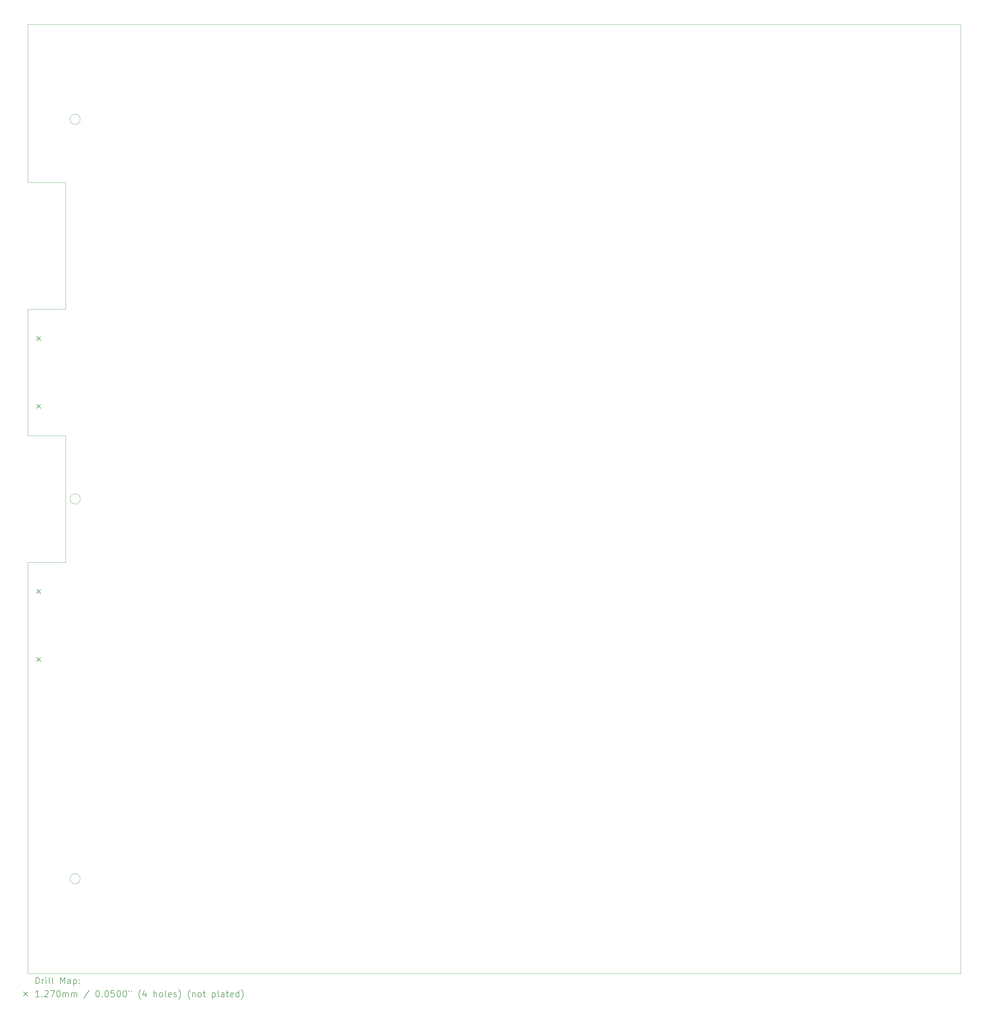
<source format=gbr>
%TF.GenerationSoftware,KiCad,Pcbnew,8.0.2-1*%
%TF.CreationDate,2024-06-21T15:44:17-04:00*%
%TF.ProjectId,EvenLayers_3.0mm_SiPM,4576656e-4c61-4796-9572-735f332e306d,rev?*%
%TF.SameCoordinates,Original*%
%TF.FileFunction,Drillmap*%
%TF.FilePolarity,Positive*%
%FSLAX45Y45*%
G04 Gerber Fmt 4.5, Leading zero omitted, Abs format (unit mm)*
G04 Created by KiCad (PCBNEW 8.0.2-1) date 2024-06-21 15:44:17*
%MOMM*%
%LPD*%
G01*
G04 APERTURE LIST*
%ADD10C,0.100000*%
%ADD11C,0.050000*%
%ADD12C,0.200000*%
%ADD13C,0.127000*%
G04 APERTURE END LIST*
D10*
X7160000Y-30000000D02*
G75*
G02*
X6840000Y-30000000I-160000J0D01*
G01*
X6840000Y-30000000D02*
G75*
G02*
X7160000Y-30000000I160000J0D01*
G01*
X7160000Y-6000000D02*
G75*
G02*
X6840000Y-6000000I-160000J0D01*
G01*
X6840000Y-6000000D02*
G75*
G02*
X7160000Y-6000000I160000J0D01*
G01*
D11*
X5500000Y-20000000D02*
X5500000Y-33000000D01*
X6700000Y-16000000D02*
X5500000Y-16000000D01*
X5500000Y-12000000D02*
X5500000Y-16000000D01*
X5500000Y-20000000D02*
X6500000Y-20000000D01*
X5500000Y-3000000D02*
X35000000Y-3000000D01*
X6700000Y-8000000D02*
X5500000Y-8000000D01*
X5500000Y-8000000D02*
X5500000Y-3000000D01*
D10*
X7160000Y-18000000D02*
G75*
G02*
X6840000Y-18000000I-160000J0D01*
G01*
X6840000Y-18000000D02*
G75*
G02*
X7160000Y-18000000I160000J0D01*
G01*
D11*
X5500000Y-12000000D02*
X6700000Y-12000000D01*
X6700000Y-12000000D02*
X6700000Y-8000000D01*
X35000000Y-3000000D02*
X35000000Y-33000000D01*
X6700000Y-20000000D02*
X6500000Y-20000000D01*
X6700000Y-20000000D02*
X6700000Y-16000000D01*
X35000000Y-33000000D02*
X5500000Y-33000000D01*
D12*
D13*
X5786500Y-12862000D02*
X5913500Y-12989000D01*
X5913500Y-12862000D02*
X5786500Y-12989000D01*
X5786500Y-15011000D02*
X5913500Y-15138000D01*
X5913500Y-15011000D02*
X5786500Y-15138000D01*
X5786500Y-20862000D02*
X5913500Y-20989000D01*
X5913500Y-20862000D02*
X5786500Y-20989000D01*
X5786500Y-23011000D02*
X5913500Y-23138000D01*
X5913500Y-23011000D02*
X5786500Y-23138000D01*
D12*
X5758277Y-33313984D02*
X5758277Y-33113984D01*
X5758277Y-33113984D02*
X5805896Y-33113984D01*
X5805896Y-33113984D02*
X5834467Y-33123508D01*
X5834467Y-33123508D02*
X5853515Y-33142555D01*
X5853515Y-33142555D02*
X5863039Y-33161603D01*
X5863039Y-33161603D02*
X5872562Y-33199698D01*
X5872562Y-33199698D02*
X5872562Y-33228269D01*
X5872562Y-33228269D02*
X5863039Y-33266365D01*
X5863039Y-33266365D02*
X5853515Y-33285412D01*
X5853515Y-33285412D02*
X5834467Y-33304460D01*
X5834467Y-33304460D02*
X5805896Y-33313984D01*
X5805896Y-33313984D02*
X5758277Y-33313984D01*
X5958277Y-33313984D02*
X5958277Y-33180650D01*
X5958277Y-33218746D02*
X5967801Y-33199698D01*
X5967801Y-33199698D02*
X5977324Y-33190174D01*
X5977324Y-33190174D02*
X5996372Y-33180650D01*
X5996372Y-33180650D02*
X6015420Y-33180650D01*
X6082086Y-33313984D02*
X6082086Y-33180650D01*
X6082086Y-33113984D02*
X6072562Y-33123508D01*
X6072562Y-33123508D02*
X6082086Y-33133031D01*
X6082086Y-33133031D02*
X6091610Y-33123508D01*
X6091610Y-33123508D02*
X6082086Y-33113984D01*
X6082086Y-33113984D02*
X6082086Y-33133031D01*
X6205896Y-33313984D02*
X6186848Y-33304460D01*
X6186848Y-33304460D02*
X6177324Y-33285412D01*
X6177324Y-33285412D02*
X6177324Y-33113984D01*
X6310658Y-33313984D02*
X6291610Y-33304460D01*
X6291610Y-33304460D02*
X6282086Y-33285412D01*
X6282086Y-33285412D02*
X6282086Y-33113984D01*
X6539229Y-33313984D02*
X6539229Y-33113984D01*
X6539229Y-33113984D02*
X6605896Y-33256841D01*
X6605896Y-33256841D02*
X6672562Y-33113984D01*
X6672562Y-33113984D02*
X6672562Y-33313984D01*
X6853515Y-33313984D02*
X6853515Y-33209222D01*
X6853515Y-33209222D02*
X6843991Y-33190174D01*
X6843991Y-33190174D02*
X6824943Y-33180650D01*
X6824943Y-33180650D02*
X6786848Y-33180650D01*
X6786848Y-33180650D02*
X6767801Y-33190174D01*
X6853515Y-33304460D02*
X6834467Y-33313984D01*
X6834467Y-33313984D02*
X6786848Y-33313984D01*
X6786848Y-33313984D02*
X6767801Y-33304460D01*
X6767801Y-33304460D02*
X6758277Y-33285412D01*
X6758277Y-33285412D02*
X6758277Y-33266365D01*
X6758277Y-33266365D02*
X6767801Y-33247317D01*
X6767801Y-33247317D02*
X6786848Y-33237793D01*
X6786848Y-33237793D02*
X6834467Y-33237793D01*
X6834467Y-33237793D02*
X6853515Y-33228269D01*
X6948753Y-33180650D02*
X6948753Y-33380650D01*
X6948753Y-33190174D02*
X6967801Y-33180650D01*
X6967801Y-33180650D02*
X7005896Y-33180650D01*
X7005896Y-33180650D02*
X7024943Y-33190174D01*
X7024943Y-33190174D02*
X7034467Y-33199698D01*
X7034467Y-33199698D02*
X7043991Y-33218746D01*
X7043991Y-33218746D02*
X7043991Y-33275888D01*
X7043991Y-33275888D02*
X7034467Y-33294936D01*
X7034467Y-33294936D02*
X7024943Y-33304460D01*
X7024943Y-33304460D02*
X7005896Y-33313984D01*
X7005896Y-33313984D02*
X6967801Y-33313984D01*
X6967801Y-33313984D02*
X6948753Y-33304460D01*
X7129705Y-33294936D02*
X7139229Y-33304460D01*
X7139229Y-33304460D02*
X7129705Y-33313984D01*
X7129705Y-33313984D02*
X7120182Y-33304460D01*
X7120182Y-33304460D02*
X7129705Y-33294936D01*
X7129705Y-33294936D02*
X7129705Y-33313984D01*
X7129705Y-33190174D02*
X7139229Y-33199698D01*
X7139229Y-33199698D02*
X7129705Y-33209222D01*
X7129705Y-33209222D02*
X7120182Y-33199698D01*
X7120182Y-33199698D02*
X7129705Y-33190174D01*
X7129705Y-33190174D02*
X7129705Y-33209222D01*
D13*
X5370500Y-33579000D02*
X5497500Y-33706000D01*
X5497500Y-33579000D02*
X5370500Y-33706000D01*
D12*
X5863039Y-33733984D02*
X5748753Y-33733984D01*
X5805896Y-33733984D02*
X5805896Y-33533984D01*
X5805896Y-33533984D02*
X5786848Y-33562555D01*
X5786848Y-33562555D02*
X5767801Y-33581603D01*
X5767801Y-33581603D02*
X5748753Y-33591127D01*
X5948753Y-33714936D02*
X5958277Y-33724460D01*
X5958277Y-33724460D02*
X5948753Y-33733984D01*
X5948753Y-33733984D02*
X5939229Y-33724460D01*
X5939229Y-33724460D02*
X5948753Y-33714936D01*
X5948753Y-33714936D02*
X5948753Y-33733984D01*
X6034467Y-33553031D02*
X6043991Y-33543508D01*
X6043991Y-33543508D02*
X6063039Y-33533984D01*
X6063039Y-33533984D02*
X6110658Y-33533984D01*
X6110658Y-33533984D02*
X6129705Y-33543508D01*
X6129705Y-33543508D02*
X6139229Y-33553031D01*
X6139229Y-33553031D02*
X6148753Y-33572079D01*
X6148753Y-33572079D02*
X6148753Y-33591127D01*
X6148753Y-33591127D02*
X6139229Y-33619698D01*
X6139229Y-33619698D02*
X6024943Y-33733984D01*
X6024943Y-33733984D02*
X6148753Y-33733984D01*
X6215420Y-33533984D02*
X6348753Y-33533984D01*
X6348753Y-33533984D02*
X6263039Y-33733984D01*
X6463039Y-33533984D02*
X6482086Y-33533984D01*
X6482086Y-33533984D02*
X6501134Y-33543508D01*
X6501134Y-33543508D02*
X6510658Y-33553031D01*
X6510658Y-33553031D02*
X6520182Y-33572079D01*
X6520182Y-33572079D02*
X6529705Y-33610174D01*
X6529705Y-33610174D02*
X6529705Y-33657793D01*
X6529705Y-33657793D02*
X6520182Y-33695889D01*
X6520182Y-33695889D02*
X6510658Y-33714936D01*
X6510658Y-33714936D02*
X6501134Y-33724460D01*
X6501134Y-33724460D02*
X6482086Y-33733984D01*
X6482086Y-33733984D02*
X6463039Y-33733984D01*
X6463039Y-33733984D02*
X6443991Y-33724460D01*
X6443991Y-33724460D02*
X6434467Y-33714936D01*
X6434467Y-33714936D02*
X6424943Y-33695889D01*
X6424943Y-33695889D02*
X6415420Y-33657793D01*
X6415420Y-33657793D02*
X6415420Y-33610174D01*
X6415420Y-33610174D02*
X6424943Y-33572079D01*
X6424943Y-33572079D02*
X6434467Y-33553031D01*
X6434467Y-33553031D02*
X6443991Y-33543508D01*
X6443991Y-33543508D02*
X6463039Y-33533984D01*
X6615420Y-33733984D02*
X6615420Y-33600650D01*
X6615420Y-33619698D02*
X6624943Y-33610174D01*
X6624943Y-33610174D02*
X6643991Y-33600650D01*
X6643991Y-33600650D02*
X6672563Y-33600650D01*
X6672563Y-33600650D02*
X6691610Y-33610174D01*
X6691610Y-33610174D02*
X6701134Y-33629222D01*
X6701134Y-33629222D02*
X6701134Y-33733984D01*
X6701134Y-33629222D02*
X6710658Y-33610174D01*
X6710658Y-33610174D02*
X6729705Y-33600650D01*
X6729705Y-33600650D02*
X6758277Y-33600650D01*
X6758277Y-33600650D02*
X6777324Y-33610174D01*
X6777324Y-33610174D02*
X6786848Y-33629222D01*
X6786848Y-33629222D02*
X6786848Y-33733984D01*
X6882086Y-33733984D02*
X6882086Y-33600650D01*
X6882086Y-33619698D02*
X6891610Y-33610174D01*
X6891610Y-33610174D02*
X6910658Y-33600650D01*
X6910658Y-33600650D02*
X6939229Y-33600650D01*
X6939229Y-33600650D02*
X6958277Y-33610174D01*
X6958277Y-33610174D02*
X6967801Y-33629222D01*
X6967801Y-33629222D02*
X6967801Y-33733984D01*
X6967801Y-33629222D02*
X6977324Y-33610174D01*
X6977324Y-33610174D02*
X6996372Y-33600650D01*
X6996372Y-33600650D02*
X7024943Y-33600650D01*
X7024943Y-33600650D02*
X7043991Y-33610174D01*
X7043991Y-33610174D02*
X7053515Y-33629222D01*
X7053515Y-33629222D02*
X7053515Y-33733984D01*
X7443991Y-33524460D02*
X7272563Y-33781603D01*
X7701134Y-33533984D02*
X7720182Y-33533984D01*
X7720182Y-33533984D02*
X7739229Y-33543508D01*
X7739229Y-33543508D02*
X7748753Y-33553031D01*
X7748753Y-33553031D02*
X7758277Y-33572079D01*
X7758277Y-33572079D02*
X7767801Y-33610174D01*
X7767801Y-33610174D02*
X7767801Y-33657793D01*
X7767801Y-33657793D02*
X7758277Y-33695889D01*
X7758277Y-33695889D02*
X7748753Y-33714936D01*
X7748753Y-33714936D02*
X7739229Y-33724460D01*
X7739229Y-33724460D02*
X7720182Y-33733984D01*
X7720182Y-33733984D02*
X7701134Y-33733984D01*
X7701134Y-33733984D02*
X7682086Y-33724460D01*
X7682086Y-33724460D02*
X7672563Y-33714936D01*
X7672563Y-33714936D02*
X7663039Y-33695889D01*
X7663039Y-33695889D02*
X7653515Y-33657793D01*
X7653515Y-33657793D02*
X7653515Y-33610174D01*
X7653515Y-33610174D02*
X7663039Y-33572079D01*
X7663039Y-33572079D02*
X7672563Y-33553031D01*
X7672563Y-33553031D02*
X7682086Y-33543508D01*
X7682086Y-33543508D02*
X7701134Y-33533984D01*
X7853515Y-33714936D02*
X7863039Y-33724460D01*
X7863039Y-33724460D02*
X7853515Y-33733984D01*
X7853515Y-33733984D02*
X7843991Y-33724460D01*
X7843991Y-33724460D02*
X7853515Y-33714936D01*
X7853515Y-33714936D02*
X7853515Y-33733984D01*
X7986848Y-33533984D02*
X8005896Y-33533984D01*
X8005896Y-33533984D02*
X8024944Y-33543508D01*
X8024944Y-33543508D02*
X8034467Y-33553031D01*
X8034467Y-33553031D02*
X8043991Y-33572079D01*
X8043991Y-33572079D02*
X8053515Y-33610174D01*
X8053515Y-33610174D02*
X8053515Y-33657793D01*
X8053515Y-33657793D02*
X8043991Y-33695889D01*
X8043991Y-33695889D02*
X8034467Y-33714936D01*
X8034467Y-33714936D02*
X8024944Y-33724460D01*
X8024944Y-33724460D02*
X8005896Y-33733984D01*
X8005896Y-33733984D02*
X7986848Y-33733984D01*
X7986848Y-33733984D02*
X7967801Y-33724460D01*
X7967801Y-33724460D02*
X7958277Y-33714936D01*
X7958277Y-33714936D02*
X7948753Y-33695889D01*
X7948753Y-33695889D02*
X7939229Y-33657793D01*
X7939229Y-33657793D02*
X7939229Y-33610174D01*
X7939229Y-33610174D02*
X7948753Y-33572079D01*
X7948753Y-33572079D02*
X7958277Y-33553031D01*
X7958277Y-33553031D02*
X7967801Y-33543508D01*
X7967801Y-33543508D02*
X7986848Y-33533984D01*
X8234467Y-33533984D02*
X8139229Y-33533984D01*
X8139229Y-33533984D02*
X8129706Y-33629222D01*
X8129706Y-33629222D02*
X8139229Y-33619698D01*
X8139229Y-33619698D02*
X8158277Y-33610174D01*
X8158277Y-33610174D02*
X8205896Y-33610174D01*
X8205896Y-33610174D02*
X8224944Y-33619698D01*
X8224944Y-33619698D02*
X8234467Y-33629222D01*
X8234467Y-33629222D02*
X8243991Y-33648270D01*
X8243991Y-33648270D02*
X8243991Y-33695889D01*
X8243991Y-33695889D02*
X8234467Y-33714936D01*
X8234467Y-33714936D02*
X8224944Y-33724460D01*
X8224944Y-33724460D02*
X8205896Y-33733984D01*
X8205896Y-33733984D02*
X8158277Y-33733984D01*
X8158277Y-33733984D02*
X8139229Y-33724460D01*
X8139229Y-33724460D02*
X8129706Y-33714936D01*
X8367801Y-33533984D02*
X8386848Y-33533984D01*
X8386848Y-33533984D02*
X8405896Y-33543508D01*
X8405896Y-33543508D02*
X8415420Y-33553031D01*
X8415420Y-33553031D02*
X8424944Y-33572079D01*
X8424944Y-33572079D02*
X8434468Y-33610174D01*
X8434468Y-33610174D02*
X8434468Y-33657793D01*
X8434468Y-33657793D02*
X8424944Y-33695889D01*
X8424944Y-33695889D02*
X8415420Y-33714936D01*
X8415420Y-33714936D02*
X8405896Y-33724460D01*
X8405896Y-33724460D02*
X8386848Y-33733984D01*
X8386848Y-33733984D02*
X8367801Y-33733984D01*
X8367801Y-33733984D02*
X8348753Y-33724460D01*
X8348753Y-33724460D02*
X8339229Y-33714936D01*
X8339229Y-33714936D02*
X8329706Y-33695889D01*
X8329706Y-33695889D02*
X8320182Y-33657793D01*
X8320182Y-33657793D02*
X8320182Y-33610174D01*
X8320182Y-33610174D02*
X8329706Y-33572079D01*
X8329706Y-33572079D02*
X8339229Y-33553031D01*
X8339229Y-33553031D02*
X8348753Y-33543508D01*
X8348753Y-33543508D02*
X8367801Y-33533984D01*
X8558277Y-33533984D02*
X8577325Y-33533984D01*
X8577325Y-33533984D02*
X8596372Y-33543508D01*
X8596372Y-33543508D02*
X8605896Y-33553031D01*
X8605896Y-33553031D02*
X8615420Y-33572079D01*
X8615420Y-33572079D02*
X8624944Y-33610174D01*
X8624944Y-33610174D02*
X8624944Y-33657793D01*
X8624944Y-33657793D02*
X8615420Y-33695889D01*
X8615420Y-33695889D02*
X8605896Y-33714936D01*
X8605896Y-33714936D02*
X8596372Y-33724460D01*
X8596372Y-33724460D02*
X8577325Y-33733984D01*
X8577325Y-33733984D02*
X8558277Y-33733984D01*
X8558277Y-33733984D02*
X8539229Y-33724460D01*
X8539229Y-33724460D02*
X8529706Y-33714936D01*
X8529706Y-33714936D02*
X8520182Y-33695889D01*
X8520182Y-33695889D02*
X8510658Y-33657793D01*
X8510658Y-33657793D02*
X8510658Y-33610174D01*
X8510658Y-33610174D02*
X8520182Y-33572079D01*
X8520182Y-33572079D02*
X8529706Y-33553031D01*
X8529706Y-33553031D02*
X8539229Y-33543508D01*
X8539229Y-33543508D02*
X8558277Y-33533984D01*
X8701134Y-33533984D02*
X8701134Y-33572079D01*
X8777325Y-33533984D02*
X8777325Y-33572079D01*
X9072563Y-33810174D02*
X9063039Y-33800650D01*
X9063039Y-33800650D02*
X9043991Y-33772079D01*
X9043991Y-33772079D02*
X9034468Y-33753031D01*
X9034468Y-33753031D02*
X9024944Y-33724460D01*
X9024944Y-33724460D02*
X9015420Y-33676841D01*
X9015420Y-33676841D02*
X9015420Y-33638746D01*
X9015420Y-33638746D02*
X9024944Y-33591127D01*
X9024944Y-33591127D02*
X9034468Y-33562555D01*
X9034468Y-33562555D02*
X9043991Y-33543508D01*
X9043991Y-33543508D02*
X9063039Y-33514936D01*
X9063039Y-33514936D02*
X9072563Y-33505412D01*
X9234468Y-33600650D02*
X9234468Y-33733984D01*
X9186849Y-33524460D02*
X9139230Y-33667317D01*
X9139230Y-33667317D02*
X9263039Y-33667317D01*
X9491611Y-33733984D02*
X9491611Y-33533984D01*
X9577325Y-33733984D02*
X9577325Y-33629222D01*
X9577325Y-33629222D02*
X9567801Y-33610174D01*
X9567801Y-33610174D02*
X9548753Y-33600650D01*
X9548753Y-33600650D02*
X9520182Y-33600650D01*
X9520182Y-33600650D02*
X9501134Y-33610174D01*
X9501134Y-33610174D02*
X9491611Y-33619698D01*
X9701134Y-33733984D02*
X9682087Y-33724460D01*
X9682087Y-33724460D02*
X9672563Y-33714936D01*
X9672563Y-33714936D02*
X9663039Y-33695889D01*
X9663039Y-33695889D02*
X9663039Y-33638746D01*
X9663039Y-33638746D02*
X9672563Y-33619698D01*
X9672563Y-33619698D02*
X9682087Y-33610174D01*
X9682087Y-33610174D02*
X9701134Y-33600650D01*
X9701134Y-33600650D02*
X9729706Y-33600650D01*
X9729706Y-33600650D02*
X9748753Y-33610174D01*
X9748753Y-33610174D02*
X9758277Y-33619698D01*
X9758277Y-33619698D02*
X9767801Y-33638746D01*
X9767801Y-33638746D02*
X9767801Y-33695889D01*
X9767801Y-33695889D02*
X9758277Y-33714936D01*
X9758277Y-33714936D02*
X9748753Y-33724460D01*
X9748753Y-33724460D02*
X9729706Y-33733984D01*
X9729706Y-33733984D02*
X9701134Y-33733984D01*
X9882087Y-33733984D02*
X9863039Y-33724460D01*
X9863039Y-33724460D02*
X9853515Y-33705412D01*
X9853515Y-33705412D02*
X9853515Y-33533984D01*
X10034468Y-33724460D02*
X10015420Y-33733984D01*
X10015420Y-33733984D02*
X9977325Y-33733984D01*
X9977325Y-33733984D02*
X9958277Y-33724460D01*
X9958277Y-33724460D02*
X9948753Y-33705412D01*
X9948753Y-33705412D02*
X9948753Y-33629222D01*
X9948753Y-33629222D02*
X9958277Y-33610174D01*
X9958277Y-33610174D02*
X9977325Y-33600650D01*
X9977325Y-33600650D02*
X10015420Y-33600650D01*
X10015420Y-33600650D02*
X10034468Y-33610174D01*
X10034468Y-33610174D02*
X10043992Y-33629222D01*
X10043992Y-33629222D02*
X10043992Y-33648270D01*
X10043992Y-33648270D02*
X9948753Y-33667317D01*
X10120182Y-33724460D02*
X10139230Y-33733984D01*
X10139230Y-33733984D02*
X10177325Y-33733984D01*
X10177325Y-33733984D02*
X10196373Y-33724460D01*
X10196373Y-33724460D02*
X10205896Y-33705412D01*
X10205896Y-33705412D02*
X10205896Y-33695889D01*
X10205896Y-33695889D02*
X10196373Y-33676841D01*
X10196373Y-33676841D02*
X10177325Y-33667317D01*
X10177325Y-33667317D02*
X10148753Y-33667317D01*
X10148753Y-33667317D02*
X10129706Y-33657793D01*
X10129706Y-33657793D02*
X10120182Y-33638746D01*
X10120182Y-33638746D02*
X10120182Y-33629222D01*
X10120182Y-33629222D02*
X10129706Y-33610174D01*
X10129706Y-33610174D02*
X10148753Y-33600650D01*
X10148753Y-33600650D02*
X10177325Y-33600650D01*
X10177325Y-33600650D02*
X10196373Y-33610174D01*
X10272563Y-33810174D02*
X10282087Y-33800650D01*
X10282087Y-33800650D02*
X10301134Y-33772079D01*
X10301134Y-33772079D02*
X10310658Y-33753031D01*
X10310658Y-33753031D02*
X10320182Y-33724460D01*
X10320182Y-33724460D02*
X10329706Y-33676841D01*
X10329706Y-33676841D02*
X10329706Y-33638746D01*
X10329706Y-33638746D02*
X10320182Y-33591127D01*
X10320182Y-33591127D02*
X10310658Y-33562555D01*
X10310658Y-33562555D02*
X10301134Y-33543508D01*
X10301134Y-33543508D02*
X10282087Y-33514936D01*
X10282087Y-33514936D02*
X10272563Y-33505412D01*
X10634468Y-33810174D02*
X10624944Y-33800650D01*
X10624944Y-33800650D02*
X10605896Y-33772079D01*
X10605896Y-33772079D02*
X10596373Y-33753031D01*
X10596373Y-33753031D02*
X10586849Y-33724460D01*
X10586849Y-33724460D02*
X10577325Y-33676841D01*
X10577325Y-33676841D02*
X10577325Y-33638746D01*
X10577325Y-33638746D02*
X10586849Y-33591127D01*
X10586849Y-33591127D02*
X10596373Y-33562555D01*
X10596373Y-33562555D02*
X10605896Y-33543508D01*
X10605896Y-33543508D02*
X10624944Y-33514936D01*
X10624944Y-33514936D02*
X10634468Y-33505412D01*
X10710658Y-33600650D02*
X10710658Y-33733984D01*
X10710658Y-33619698D02*
X10720182Y-33610174D01*
X10720182Y-33610174D02*
X10739230Y-33600650D01*
X10739230Y-33600650D02*
X10767801Y-33600650D01*
X10767801Y-33600650D02*
X10786849Y-33610174D01*
X10786849Y-33610174D02*
X10796373Y-33629222D01*
X10796373Y-33629222D02*
X10796373Y-33733984D01*
X10920182Y-33733984D02*
X10901134Y-33724460D01*
X10901134Y-33724460D02*
X10891611Y-33714936D01*
X10891611Y-33714936D02*
X10882087Y-33695889D01*
X10882087Y-33695889D02*
X10882087Y-33638746D01*
X10882087Y-33638746D02*
X10891611Y-33619698D01*
X10891611Y-33619698D02*
X10901134Y-33610174D01*
X10901134Y-33610174D02*
X10920182Y-33600650D01*
X10920182Y-33600650D02*
X10948754Y-33600650D01*
X10948754Y-33600650D02*
X10967801Y-33610174D01*
X10967801Y-33610174D02*
X10977325Y-33619698D01*
X10977325Y-33619698D02*
X10986849Y-33638746D01*
X10986849Y-33638746D02*
X10986849Y-33695889D01*
X10986849Y-33695889D02*
X10977325Y-33714936D01*
X10977325Y-33714936D02*
X10967801Y-33724460D01*
X10967801Y-33724460D02*
X10948754Y-33733984D01*
X10948754Y-33733984D02*
X10920182Y-33733984D01*
X11043992Y-33600650D02*
X11120182Y-33600650D01*
X11072563Y-33533984D02*
X11072563Y-33705412D01*
X11072563Y-33705412D02*
X11082087Y-33724460D01*
X11082087Y-33724460D02*
X11101134Y-33733984D01*
X11101134Y-33733984D02*
X11120182Y-33733984D01*
X11339230Y-33600650D02*
X11339230Y-33800650D01*
X11339230Y-33610174D02*
X11358277Y-33600650D01*
X11358277Y-33600650D02*
X11396373Y-33600650D01*
X11396373Y-33600650D02*
X11415420Y-33610174D01*
X11415420Y-33610174D02*
X11424944Y-33619698D01*
X11424944Y-33619698D02*
X11434468Y-33638746D01*
X11434468Y-33638746D02*
X11434468Y-33695889D01*
X11434468Y-33695889D02*
X11424944Y-33714936D01*
X11424944Y-33714936D02*
X11415420Y-33724460D01*
X11415420Y-33724460D02*
X11396373Y-33733984D01*
X11396373Y-33733984D02*
X11358277Y-33733984D01*
X11358277Y-33733984D02*
X11339230Y-33724460D01*
X11548753Y-33733984D02*
X11529706Y-33724460D01*
X11529706Y-33724460D02*
X11520182Y-33705412D01*
X11520182Y-33705412D02*
X11520182Y-33533984D01*
X11710658Y-33733984D02*
X11710658Y-33629222D01*
X11710658Y-33629222D02*
X11701134Y-33610174D01*
X11701134Y-33610174D02*
X11682087Y-33600650D01*
X11682087Y-33600650D02*
X11643992Y-33600650D01*
X11643992Y-33600650D02*
X11624944Y-33610174D01*
X11710658Y-33724460D02*
X11691611Y-33733984D01*
X11691611Y-33733984D02*
X11643992Y-33733984D01*
X11643992Y-33733984D02*
X11624944Y-33724460D01*
X11624944Y-33724460D02*
X11615420Y-33705412D01*
X11615420Y-33705412D02*
X11615420Y-33686365D01*
X11615420Y-33686365D02*
X11624944Y-33667317D01*
X11624944Y-33667317D02*
X11643992Y-33657793D01*
X11643992Y-33657793D02*
X11691611Y-33657793D01*
X11691611Y-33657793D02*
X11710658Y-33648270D01*
X11777325Y-33600650D02*
X11853515Y-33600650D01*
X11805896Y-33533984D02*
X11805896Y-33705412D01*
X11805896Y-33705412D02*
X11815420Y-33724460D01*
X11815420Y-33724460D02*
X11834468Y-33733984D01*
X11834468Y-33733984D02*
X11853515Y-33733984D01*
X11996373Y-33724460D02*
X11977325Y-33733984D01*
X11977325Y-33733984D02*
X11939230Y-33733984D01*
X11939230Y-33733984D02*
X11920182Y-33724460D01*
X11920182Y-33724460D02*
X11910658Y-33705412D01*
X11910658Y-33705412D02*
X11910658Y-33629222D01*
X11910658Y-33629222D02*
X11920182Y-33610174D01*
X11920182Y-33610174D02*
X11939230Y-33600650D01*
X11939230Y-33600650D02*
X11977325Y-33600650D01*
X11977325Y-33600650D02*
X11996373Y-33610174D01*
X11996373Y-33610174D02*
X12005896Y-33629222D01*
X12005896Y-33629222D02*
X12005896Y-33648270D01*
X12005896Y-33648270D02*
X11910658Y-33667317D01*
X12177325Y-33733984D02*
X12177325Y-33533984D01*
X12177325Y-33724460D02*
X12158277Y-33733984D01*
X12158277Y-33733984D02*
X12120182Y-33733984D01*
X12120182Y-33733984D02*
X12101134Y-33724460D01*
X12101134Y-33724460D02*
X12091611Y-33714936D01*
X12091611Y-33714936D02*
X12082087Y-33695889D01*
X12082087Y-33695889D02*
X12082087Y-33638746D01*
X12082087Y-33638746D02*
X12091611Y-33619698D01*
X12091611Y-33619698D02*
X12101134Y-33610174D01*
X12101134Y-33610174D02*
X12120182Y-33600650D01*
X12120182Y-33600650D02*
X12158277Y-33600650D01*
X12158277Y-33600650D02*
X12177325Y-33610174D01*
X12253515Y-33810174D02*
X12263039Y-33800650D01*
X12263039Y-33800650D02*
X12282087Y-33772079D01*
X12282087Y-33772079D02*
X12291611Y-33753031D01*
X12291611Y-33753031D02*
X12301134Y-33724460D01*
X12301134Y-33724460D02*
X12310658Y-33676841D01*
X12310658Y-33676841D02*
X12310658Y-33638746D01*
X12310658Y-33638746D02*
X12301134Y-33591127D01*
X12301134Y-33591127D02*
X12291611Y-33562555D01*
X12291611Y-33562555D02*
X12282087Y-33543508D01*
X12282087Y-33543508D02*
X12263039Y-33514936D01*
X12263039Y-33514936D02*
X12253515Y-33505412D01*
M02*

</source>
